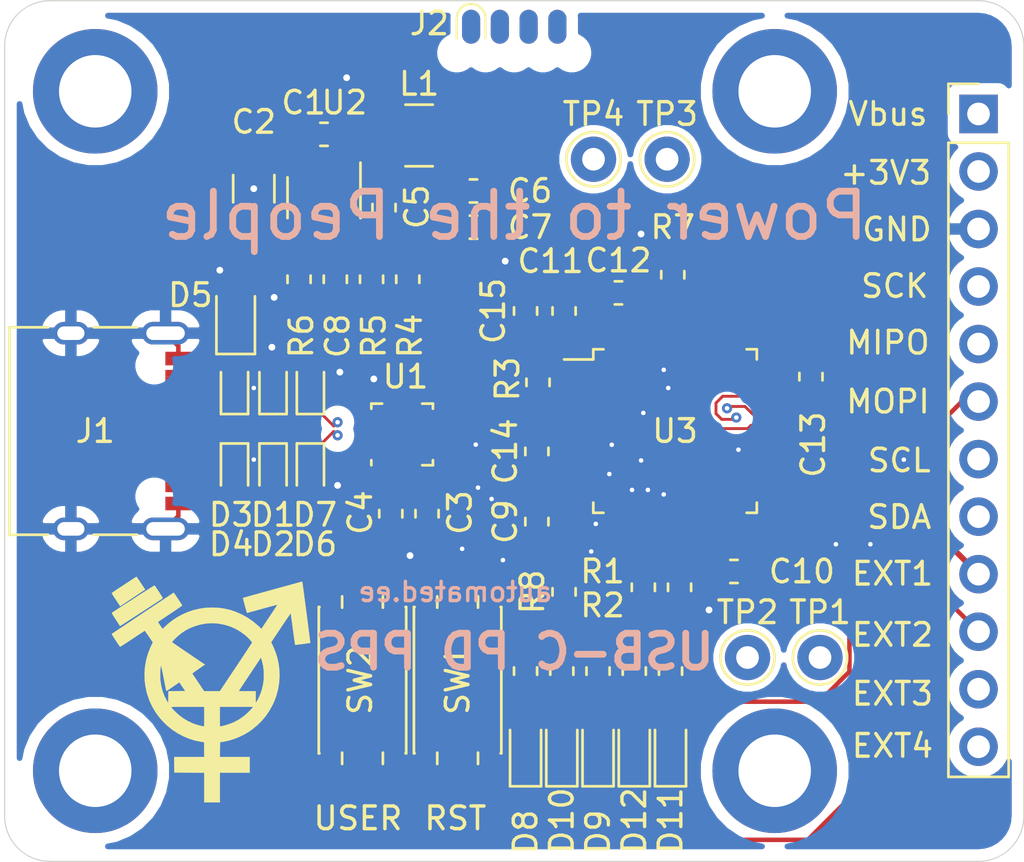
<source format=kicad_pcb>
(kicad_pcb (version 20171130) (host pcbnew 5.1.6)
  (layers (0 F.Cu signal) (1 In1.Cu signal) (2 In2.Cu signal) (31 B.Cu signal) (34 B.Paste user) (35 F.Paste user) (36 B.SilkS user) (37 F.SilkS user) (38 B.Mask user) (39 F.Mask user) (44 Edge.Cuts user))
  (net 0 "")
  (net 1 VBUS)
  (net 2 GND)
  (net 3 +3V3)
  (net 4 "Net-(C5-Pad2)")
  (net 5 "Net-(C5-Pad1)")
  (net 6 "Net-(C8-Pad2)")
  (net 7 "Net-(C8-Pad1)")
  (net 8 /~RST)
  (net 9 /CC1)
  (net 10 /CC2)
  (net 11 /SBU2)
  (net 12 /SBU1)
  (net 13 /D+)
  (net 14 /D-)
  (net 15 "Net-(D8-Pad2)")
  (net 16 /LED_RED)
  (net 17 "Net-(D9-Pad2)")
  (net 18 /LED_BLU)
  (net 19 "Net-(D10-Pad2)")
  (net 20 /LED_GRN)
  (net 21 "Net-(D11-Pad2)")
  (net 22 /LED_WHT)
  (net 23 "Net-(D12-Pad2)")
  (net 24 /LED_YLL)
  (net 25 /SWCLK)
  (net 26 /SWDIO)
  (net 27 /SWO)
  (net 28 /EXT_4)
  (net 29 /EXT_3)
  (net 30 /EXT_2)
  (net 31 /EXT_1)
  (net 32 /SDA_EXT)
  (net 33 /SCL_EXT)
  (net 34 /MOPI)
  (net 35 /MIPO)
  (net 36 /SCK)
  (net 37 /SDA)
  (net 38 /SCL)
  (net 39 /~INT)
  (net 40 "Net-(R7-Pad1)")
  (net 41 "Net-(U2-Pad5)")
  (net 42 "Net-(U3-Pad38)")
  (net 43 "Net-(U3-Pad26)")
  (net 44 "Net-(U3-Pad25)")
  (net 45 "Net-(U3-Pad20)")
  (net 46 "Net-(U3-Pad19)")
  (net 47 "Net-(U3-Pad11)")
  (net 48 "Net-(U3-Pad4)")
  (net 49 "Net-(U3-Pad3)")
  (net 50 "Net-(U3-Pad6)")
  (net 51 "Net-(U3-Pad5)")
  (net 52 "Net-(R8-Pad2)")
  (net 53 "Net-(SW2-Pad2)")
  (module Automated:transistor_10x10mm (layer F.Cu) (at 129.25 123.5)
    (fp_text reference H5 hide)
    (fp_text value MountingHole hide)
  )
  (module Connector_PinHeader_2.54mm:PinHeader_1x12_P2.54mm_Vertical (layer F.Cu) (at 163 98)
    (fp_text reference J3 hide)
    (fp_text value EXT)
    (pad 12 thru_hole oval (at 0 27.94) (size 1.7 1.7) (drill 1) (layers *.Cu *.Mask) (net 28 /EXT_4))
    (pad 11 thru_hole oval (at 0 25.4) (size 1.7 1.7) (drill 1) (layers *.Cu *.Mask) (net 29 /EXT_3))
    (pad 10 thru_hole oval (at 0 22.86) (size 1.7 1.7) (drill 1) (layers *.Cu *.Mask) (net 30 /EXT_2))
    (pad 9 thru_hole oval (at 0 20.32) (size 1.7 1.7) (drill 1) (layers *.Cu *.Mask) (net 31 /EXT_1))
    (pad 8 thru_hole oval (at 0 17.78) (size 1.7 1.7) (drill 1) (layers *.Cu *.Mask) (net 32 /SDA_EXT))
    (pad 7 thru_hole oval (at 0 15.24) (size 1.7 1.7) (drill 1) (layers *.Cu *.Mask) (net 33 /SCL_EXT))
    (pad 6 thru_hole oval (at 0 12.7) (size 1.7 1.7) (drill 1) (layers *.Cu *.Mask) (net 34 /MOPI))
    (pad 5 thru_hole oval (at 0 10.16) (size 1.7 1.7) (drill 1) (layers *.Cu *.Mask) (net 35 /MIPO))
    (pad 4 thru_hole oval (at 0 7.62) (size 1.7 1.7) (drill 1) (layers *.Cu *.Mask) (net 36 /SCK))
    (pad 3 thru_hole oval (at 0 5.08) (size 1.7 1.7) (drill 1) (layers *.Cu *.Mask) (net 2 GND))
    (pad 2 thru_hole oval (at 0 2.54) (size 1.7 1.7) (drill 1) (layers *.Cu *.Mask) (net 3 +3V3))
    (pad 1 thru_hole rect (at 0 0) (size 1.7 1.7) (drill 1) (layers *.Cu *.Mask) (net 1 VBUS))
  )
  (module Automated:SW_SPST_PTS636_G (layer F.Cu) (at 135.8 123 90)
    (fp_text reference SW2 (at 0 -0.1 90) (layer F.SilkS))
    (fp_text value USER)
    (pad 1 smd rect (at -4.1 0 270) (size 2 1.5) (layers F.Cu F.Paste F.Mask) (net 52 "Net-(R8-Pad2)"))
    (pad 2 smd rect (at 4.1 0 90) (size 2 1.5) (layers F.Cu F.Paste F.Mask) (net 53 "Net-(SW2-Pad2)"))
  )
  (module Resistor_SMD:R_0603_1608Metric (layer F.Cu) (at 144.7 119.1 90)
    (fp_text reference R8 (at 0 -1.4 270) (layer F.SilkS))
    (fp_text value 4.7k)
    (pad 2 smd roundrect (at 0.7875 0 90) (size 0.875 0.95) (layers F.Cu F.Paste F.Mask) (net 52 "Net-(R8-Pad2)"))
    (pad 1 smd roundrect (at -0.7875 0 90) (size 0.875 0.95) (layers F.Cu F.Paste F.Mask) (net 3 +3V3))
  )
  (module Resistor_SMD:R_0603_1608Metric (layer F.Cu) (at 136.2 105.3 90)
    (fp_text reference R5 (at -2.5 0.1 270) (layer F.SilkS))
    (fp_text value 100k)
    (pad 2 smd roundrect (at 0.7875 0 90) (size 0.875 0.95) (layers F.Cu F.Paste F.Mask) (net 6 "Net-(C8-Pad2)"))
    (pad 1 smd roundrect (at -0.7875 0 90) (size 0.875 0.95) (layers F.Cu F.Paste F.Mask) (net 7 "Net-(C8-Pad1)"))
  )
  (module TestPoint:TestPoint_THTPad_D2.0mm_Drill1.0mm (layer F.Cu) (at 146 100)
    (fp_text reference TP4 (at 0 -1.998) (layer F.SilkS))
    (fp_text value SBU2)
    (pad 1 thru_hole circle (at 0 0) (size 2 2) (drill 1) (layers *.Cu *.Mask) (net 11 /SBU2))
  )
  (module TestPoint:TestPoint_THTPad_D2.0mm_Drill1.0mm (layer F.Cu) (at 149.25 100)
    (fp_text reference TP3 (at 0 -1.998) (layer F.SilkS))
    (fp_text value SBU1)
    (pad 1 thru_hole circle (at 0 0) (size 2 2) (drill 1) (layers *.Cu *.Mask) (net 12 /SBU1))
  )
  (module TestPoint:TestPoint_THTPad_D2.0mm_Drill1.0mm (layer F.Cu) (at 152.8 122)
    (fp_text reference TP2 (at 0 -1.998) (layer F.SilkS))
    (fp_text value SCL)
    (pad 1 thru_hole circle (at 0 0) (size 2 2) (drill 1) (layers *.Cu *.Mask) (net 38 /SCL))
  )
  (module TestPoint:TestPoint_THTPad_D2.0mm_Drill1.0mm (layer F.Cu) (at 156 122)
    (fp_text reference TP1 (at 0 -1.998) (layer F.SilkS))
    (fp_text value SDA)
    (pad 1 thru_hole circle (at 0 0) (size 2 2) (drill 1) (layers *.Cu *.Mask) (net 37 /SDA))
  )
  (module Package_QFP:LQFP-48_7x7mm_P0.5mm (layer F.Cu) (at 149.6 112)
    (fp_text reference U3 (at 0 0) (layer F.SilkS))
    (fp_text value STM32F072C8Tx)
    (pad 48 smd roundrect (at -2.75 -4.1625) (size 0.3 1.475) (layers F.Cu F.Paste F.Mask) (net 3 +3V3))
    (pad 47 smd roundrect (at -2.25 -4.1625) (size 0.3 1.475) (layers F.Cu F.Paste F.Mask) (net 2 GND))
    (pad 46 smd roundrect (at -1.75 -4.1625) (size 0.3 1.475) (layers F.Cu F.Paste F.Mask) (net 32 /SDA_EXT))
    (pad 45 smd roundrect (at -1.25 -4.1625) (size 0.3 1.475) (layers F.Cu F.Paste F.Mask) (net 33 /SCL_EXT))
    (pad 44 smd roundrect (at -0.75 -4.1625) (size 0.3 1.475) (layers F.Cu F.Paste F.Mask) (net 40 "Net-(R7-Pad1)"))
    (pad 43 smd roundrect (at -0.25 -4.1625) (size 0.3 1.475) (layers F.Cu F.Paste F.Mask) (net 11 /SBU2))
    (pad 42 smd roundrect (at 0.25 -4.1625) (size 0.3 1.475) (layers F.Cu F.Paste F.Mask) (net 12 /SBU1))
    (pad 41 smd roundrect (at 0.75 -4.1625) (size 0.3 1.475) (layers F.Cu F.Paste F.Mask) (net 20 /LED_GRN))
    (pad 40 smd roundrect (at 1.25 -4.1625) (size 0.3 1.475) (layers F.Cu F.Paste F.Mask) (net 16 /LED_RED))
    (pad 39 smd roundrect (at 1.75 -4.1625) (size 0.3 1.475) (layers F.Cu F.Paste F.Mask) (net 27 /SWO))
    (pad 38 smd roundrect (at 2.25 -4.1625) (size 0.3 1.475) (layers F.Cu F.Paste F.Mask) (net 42 "Net-(U3-Pad38)"))
    (pad 37 smd roundrect (at 2.75 -4.1625) (size 0.3 1.475) (layers F.Cu F.Paste F.Mask) (net 25 /SWCLK))
    (pad 36 smd roundrect (at 4.1625 -2.75) (size 1.475 0.3) (layers F.Cu F.Paste F.Mask) (net 3 +3V3))
    (pad 35 smd roundrect (at 4.1625 -2.25) (size 1.475 0.3) (layers F.Cu F.Paste F.Mask) (net 2 GND))
    (pad 34 smd roundrect (at 4.1625 -1.75) (size 1.475 0.3) (layers F.Cu F.Paste F.Mask) (net 26 /SWDIO))
    (pad 33 smd roundrect (at 4.1625 -1.25) (size 1.475 0.3) (layers F.Cu F.Paste F.Mask) (net 13 /D+))
    (pad 32 smd roundrect (at 4.1625 -0.75) (size 1.475 0.3) (layers F.Cu F.Paste F.Mask) (net 14 /D-))
    (pad 31 smd roundrect (at 4.1625 -0.25) (size 1.475 0.3) (layers F.Cu F.Paste F.Mask) (net 12 /SBU1))
    (pad 30 smd roundrect (at 4.1625 0.25) (size 1.475 0.3) (layers F.Cu F.Paste F.Mask) (net 11 /SBU2))
    (pad 29 smd roundrect (at 4.1625 0.75) (size 1.475 0.3) (layers F.Cu F.Paste F.Mask) (net 31 /EXT_1))
    (pad 28 smd roundrect (at 4.1625 1.25) (size 1.475 0.3) (layers F.Cu F.Paste F.Mask) (net 18 /LED_BLU))
    (pad 27 smd roundrect (at 4.1625 1.75) (size 1.475 0.3) (layers F.Cu F.Paste F.Mask) (net 22 /LED_WHT))
    (pad 26 smd roundrect (at 4.1625 2.25) (size 1.475 0.3) (layers F.Cu F.Paste F.Mask) (net 43 "Net-(U3-Pad26)"))
    (pad 25 smd roundrect (at 4.1625 2.75) (size 1.475 0.3) (layers F.Cu F.Paste F.Mask) (net 44 "Net-(U3-Pad25)"))
    (pad 24 smd roundrect (at 2.75 4.1625) (size 0.3 1.475) (layers F.Cu F.Paste F.Mask) (net 3 +3V3))
    (pad 23 smd roundrect (at 2.25 4.1625) (size 0.3 1.475) (layers F.Cu F.Paste F.Mask) (net 2 GND))
    (pad 22 smd roundrect (at 1.75 4.1625) (size 0.3 1.475) (layers F.Cu F.Paste F.Mask) (net 37 /SDA))
    (pad 21 smd roundrect (at 1.25 4.1625) (size 0.3 1.475) (layers F.Cu F.Paste F.Mask) (net 38 /SCL))
    (pad 20 smd roundrect (at 0.75 4.1625) (size 0.3 1.475) (layers F.Cu F.Paste F.Mask) (net 45 "Net-(U3-Pad20)"))
    (pad 19 smd roundrect (at 0.25 4.1625) (size 0.3 1.475) (layers F.Cu F.Paste F.Mask) (net 46 "Net-(U3-Pad19)"))
    (pad 18 smd roundrect (at -0.25 4.1625) (size 0.3 1.475) (layers F.Cu F.Paste F.Mask) (net 24 /LED_YLL))
    (pad 17 smd roundrect (at -0.75 4.1625) (size 0.3 1.475) (layers F.Cu F.Paste F.Mask) (net 34 /MOPI))
    (pad 16 smd roundrect (at -1.25 4.1625) (size 0.3 1.475) (layers F.Cu F.Paste F.Mask) (net 35 /MIPO))
    (pad 15 smd roundrect (at -1.75 4.1625) (size 0.3 1.475) (layers F.Cu F.Paste F.Mask) (net 36 /SCK))
    (pad 14 smd roundrect (at -2.25 4.1625) (size 0.3 1.475) (layers F.Cu F.Paste F.Mask) (net 28 /EXT_4))
    (pad 13 smd roundrect (at -2.75 4.1625) (size 0.3 1.475) (layers F.Cu F.Paste F.Mask) (net 29 /EXT_3))
    (pad 12 smd roundrect (at -4.1625 2.75) (size 1.475 0.3) (layers F.Cu F.Paste F.Mask) (net 30 /EXT_2))
    (pad 11 smd roundrect (at -4.1625 2.25) (size 1.475 0.3) (layers F.Cu F.Paste F.Mask) (net 47 "Net-(U3-Pad11)"))
    (pad 10 smd roundrect (at -4.1625 1.75) (size 1.475 0.3) (layers F.Cu F.Paste F.Mask) (net 53 "Net-(SW2-Pad2)"))
    (pad 9 smd roundrect (at -4.1625 1.25) (size 1.475 0.3) (layers F.Cu F.Paste F.Mask) (net 3 +3V3))
    (pad 8 smd roundrect (at -4.1625 0.75) (size 1.475 0.3) (layers F.Cu F.Paste F.Mask) (net 2 GND))
    (pad 7 smd roundrect (at -4.1625 0.25) (size 1.475 0.3) (layers F.Cu F.Paste F.Mask) (net 8 /~RST))
    (pad 6 smd roundrect (at -4.1625 -0.25) (size 1.475 0.3) (layers F.Cu F.Paste F.Mask) (net 50 "Net-(U3-Pad6)"))
    (pad 5 smd roundrect (at -4.1625 -0.75) (size 1.475 0.3) (layers F.Cu F.Paste F.Mask) (net 51 "Net-(U3-Pad5)"))
    (pad 4 smd roundrect (at -4.1625 -1.25) (size 1.475 0.3) (layers F.Cu F.Paste F.Mask) (net 48 "Net-(U3-Pad4)"))
    (pad 3 smd roundrect (at -4.1625 -1.75) (size 1.475 0.3) (layers F.Cu F.Paste F.Mask) (net 49 "Net-(U3-Pad3)"))
    (pad 2 smd roundrect (at -4.1625 -2.25) (size 1.475 0.3) (layers F.Cu F.Paste F.Mask) (net 39 /~INT))
    (pad 1 smd roundrect (at -4.1625 -2.75) (size 1.475 0.3) (layers F.Cu F.Paste F.Mask) (net 3 +3V3))
  )
  (module Package_TO_SOT_SMD:SOT-23-6 (layer F.Cu) (at 134.1 101.7 270)
    (fp_text reference U2 (at -4.2 -0.9 180) (layer F.SilkS))
    (fp_text value TPS54202DDC)
    (pad 5 smd rect (at 1.1 0 270) (size 1.06 0.65) (layers F.Cu F.Paste F.Mask) (net 41 "Net-(U2-Pad5)"))
    (pad 6 smd rect (at 1.1 -0.95 270) (size 1.06 0.65) (layers F.Cu F.Paste F.Mask) (net 4 "Net-(C5-Pad2)"))
    (pad 4 smd rect (at 1.1 0.95 270) (size 1.06 0.65) (layers F.Cu F.Paste F.Mask) (net 6 "Net-(C8-Pad2)"))
    (pad 3 smd rect (at -1.1 0.95 270) (size 1.06 0.65) (layers F.Cu F.Paste F.Mask) (net 1 VBUS))
    (pad 2 smd rect (at -1.1 0 270) (size 1.06 0.65) (layers F.Cu F.Paste F.Mask) (net 5 "Net-(C5-Pad1)"))
    (pad 1 smd rect (at -1.1 -0.95 270) (size 1.06 0.65) (layers F.Cu F.Paste F.Mask) (net 2 GND))
  )
  (module Package_DFN_QFN:WQFN-14-1EP_2.5x2.5mm_P0.5mm_EP1.45x1.45mm (layer F.Cu) (at 137.55 112.15 90)
    (fp_text reference U1 (at 2.55 0.15 180) (layer F.SilkS))
    (fp_text value FUSB302BMPX)
    (pad 15 smd rect (at 0 0 90) (size 1.45 1.45) (layers F.Cu F.Mask) (net 2 GND))
    (pad 14 smd roundrect (at -0.75 -1.2625 90) (size 0.25 0.675) (layers F.Cu F.Paste F.Mask) (net 10 /CC2))
    (pad 13 smd roundrect (at -0.25 -1.2625 90) (size 0.25 0.675) (layers F.Cu F.Paste F.Mask) (net 3 +3V3))
    (pad 12 smd roundrect (at 0.25 -1.2625 90) (size 0.25 0.675) (layers F.Cu F.Paste F.Mask) (net 3 +3V3))
    (pad 11 smd roundrect (at 0.75 -1.2625 90) (size 0.25 0.675) (layers F.Cu F.Paste F.Mask) (net 9 /CC1))
    (pad 10 smd roundrect (at 1.2625 -0.5 90) (size 0.675 0.25) (layers F.Cu F.Paste F.Mask) (net 9 /CC1))
    (pad 9 smd roundrect (at 1.2625 0 90) (size 0.675 0.25) (layers F.Cu F.Paste F.Mask) (net 2 GND))
    (pad 8 smd roundrect (at 1.2625 0.5 90) (size 0.675 0.25) (layers F.Cu F.Paste F.Mask) (net 2 GND))
    (pad 7 smd roundrect (at 0.75 1.2625 90) (size 0.25 0.675) (layers F.Cu F.Paste F.Mask) (net 37 /SDA))
    (pad 6 smd roundrect (at 0.25 1.2625 90) (size 0.25 0.675) (layers F.Cu F.Paste F.Mask) (net 38 /SCL))
    (pad 5 smd roundrect (at -0.25 1.2625 90) (size 0.25 0.675) (layers F.Cu F.Paste F.Mask) (net 39 /~INT))
    (pad 4 smd roundrect (at -0.75 1.2625 90) (size 0.25 0.675) (layers F.Cu F.Paste F.Mask) (net 3 +3V3))
    (pad 3 smd roundrect (at -1.2625 0.5 90) (size 0.675 0.25) (layers F.Cu F.Paste F.Mask) (net 3 +3V3))
    (pad 2 smd roundrect (at -1.2625 0 90) (size 0.675 0.25) (layers F.Cu F.Paste F.Mask) (net 1 VBUS))
    (pad 1 smd roundrect (at -1.2625 -0.5 90) (size 0.675 0.25) (layers F.Cu F.Paste F.Mask) (net 10 /CC2))
  )
  (module Automated:SW_SPST_PTS636_G (layer F.Cu) (at 140 123 270)
    (fp_text reference SW1 (at 0 0 90) (layer F.SilkS))
    (fp_text value RST)
    (pad 1 smd rect (at -4.1 0 90) (size 2 1.5) (layers F.Cu F.Paste F.Mask) (net 8 /~RST))
    (pad 2 smd rect (at 4.1 0 270) (size 2 1.5) (layers F.Cu F.Paste F.Mask) (net 2 GND))
  )
  (module Resistor_SMD:R_0603_1608Metric (layer F.Cu) (at 147.8 122.6 270)
    (fp_text reference R13 hide)
    (fp_text value 130)
    (pad 2 smd roundrect (at 0.7875 0 270) (size 0.875 0.95) (layers F.Cu F.Paste F.Mask) (net 23 "Net-(D12-Pad2)"))
    (pad 1 smd roundrect (at -0.7875 0 270) (size 0.875 0.95) (layers F.Cu F.Paste F.Mask) (net 3 +3V3))
  )
  (module Resistor_SMD:R_0603_1608Metric (layer F.Cu) (at 149.4 122.6 270)
    (fp_text reference R12 hide)
    (fp_text value 47)
    (pad 2 smd roundrect (at 0.7875 0 270) (size 0.875 0.95) (layers F.Cu F.Paste F.Mask) (net 21 "Net-(D11-Pad2)"))
    (pad 1 smd roundrect (at -0.7875 0 270) (size 0.875 0.95) (layers F.Cu F.Paste F.Mask) (net 3 +3V3))
  )
  (module Resistor_SMD:R_0603_1608Metric (layer F.Cu) (at 144.6 122.6 270)
    (fp_text reference R11 hide)
    (fp_text value 0)
    (pad 2 smd roundrect (at 0.7875 0 270) (size 0.875 0.95) (layers F.Cu F.Paste F.Mask) (net 19 "Net-(D10-Pad2)"))
    (pad 1 smd roundrect (at -0.7875 0 270) (size 0.875 0.95) (layers F.Cu F.Paste F.Mask) (net 3 +3V3))
  )
  (module Resistor_SMD:R_0603_1608Metric (layer F.Cu) (at 146.2 122.6 270)
    (fp_text reference R10 hide)
    (fp_text value 47)
    (pad 2 smd roundrect (at 0.7875 0 270) (size 0.875 0.95) (layers F.Cu F.Paste F.Mask) (net 17 "Net-(D9-Pad2)"))
    (pad 1 smd roundrect (at -0.7875 0 270) (size 0.875 0.95) (layers F.Cu F.Paste F.Mask) (net 3 +3V3))
  )
  (module Resistor_SMD:R_0603_1608Metric (layer F.Cu) (at 143 122.6 270)
    (fp_text reference R9 hide)
    (fp_text value 130)
    (pad 2 smd roundrect (at 0.7875 0 270) (size 0.875 0.95) (layers F.Cu F.Paste F.Mask) (net 15 "Net-(D8-Pad2)"))
    (pad 1 smd roundrect (at -0.7875 0 270) (size 0.875 0.95) (layers F.Cu F.Paste F.Mask) (net 3 +3V3))
  )
  (module Resistor_SMD:R_0603_1608Metric (layer F.Cu) (at 149.5 105.1 90)
    (fp_text reference R7 (at 2.1 0 180) (layer F.SilkS))
    (fp_text value 10k)
    (pad 2 smd roundrect (at 0.7875 0 90) (size 0.875 0.95) (layers F.Cu F.Paste F.Mask) (net 2 GND))
    (pad 1 smd roundrect (at -0.7875 0 90) (size 0.875 0.95) (layers F.Cu F.Paste F.Mask) (net 40 "Net-(R7-Pad1)"))
  )
  (module Resistor_SMD:R_0603_1608Metric (layer F.Cu) (at 133 105.3 270)
    (fp_text reference R6 (at 2.5 -0.1 270) (layer F.SilkS))
    (fp_text value 22k)
    (pad 2 smd roundrect (at 0.7875 0 270) (size 0.875 0.95) (layers F.Cu F.Paste F.Mask) (net 2 GND))
    (pad 1 smd roundrect (at -0.7875 0 270) (size 0.875 0.95) (layers F.Cu F.Paste F.Mask) (net 6 "Net-(C8-Pad2)"))
  )
  (module Resistor_SMD:R_0603_1608Metric (layer F.Cu) (at 137.8 105.3 270)
    (fp_text reference R4 (at 2.5 -0.1 270) (layer F.SilkS))
    (fp_text value 49.9)
    (pad 2 smd roundrect (at 0.7875 0 270) (size 0.875 0.95) (layers F.Cu F.Paste F.Mask) (net 7 "Net-(C8-Pad1)"))
    (pad 1 smd roundrect (at -0.7875 0 270) (size 0.875 0.95) (layers F.Cu F.Paste F.Mask) (net 3 +3V3))
  )
  (module Resistor_SMD:R_0603_1608Metric (layer F.Cu) (at 143.55 109.85 270)
    (fp_text reference R3 (at -0.15 1.35 270) (layer F.SilkS))
    (fp_text value 4.7k)
    (pad 2 smd roundrect (at 0.7875 0 270) (size 0.875 0.95) (layers F.Cu F.Paste F.Mask) (net 39 /~INT))
    (pad 1 smd roundrect (at -0.7875 0 270) (size 0.875 0.95) (layers F.Cu F.Paste F.Mask) (net 3 +3V3))
  )
  (module Resistor_SMD:R_0603_1608Metric (layer F.Cu) (at 148.2 118.9 90)
    (fp_text reference R2 (at -0.8 -1.8 180) (layer F.SilkS))
    (fp_text value 4.7k)
    (pad 2 smd roundrect (at 0.7875 0 90) (size 0.875 0.95) (layers F.Cu F.Paste F.Mask) (net 38 /SCL))
    (pad 1 smd roundrect (at -0.7875 0 90) (size 0.875 0.95) (layers F.Cu F.Paste F.Mask) (net 3 +3V3))
  )
  (module Resistor_SMD:R_0603_1608Metric (layer F.Cu) (at 149.8 118.9 90)
    (fp_text reference R1 (at 0.7 -3.4 180) (layer F.SilkS))
    (fp_text value 4.7k)
    (pad 2 smd roundrect (at 0.7875 0 90) (size 0.875 0.95) (layers F.Cu F.Paste F.Mask) (net 37 /SDA))
    (pad 1 smd roundrect (at -0.7875 0 90) (size 0.875 0.95) (layers F.Cu F.Paste F.Mask) (net 3 +3V3))
  )
  (module Inductor_SMD:L_1210_3225Metric (layer F.Cu) (at 138.3 98.95)
    (fp_text reference L1 (at 0 -2.28) (layer F.SilkS))
    (fp_text value 10uH)
    (pad 2 smd roundrect (at 1.4 0) (size 1.25 2.65) (layers F.Cu F.Paste F.Mask) (roundrect_rratio 0.2) (net 3 +3V3))
    (pad 1 smd roundrect (at -1.4 0) (size 1.25 2.65) (layers F.Cu F.Paste F.Mask) (roundrect_rratio 0.2) (net 5 "Net-(C5-Pad1)"))
  )
  (module LED_SMD:LED_0603_1608Metric_Castellated (layer F.Cu) (at 147.8 126 90)
    (fp_text reference D12 (at -3.2 0 90) (layer F.SilkS))
    (fp_text value Yellow/2.9V)
    (pad 2 smd roundrect (at 0.8125 0 90) (size 1.225 0.85) (layers F.Cu F.Paste F.Mask) (net 23 "Net-(D12-Pad2)"))
    (pad 1 smd roundrect (at -0.8125 0 90) (size 1.225 0.85) (layers F.Cu F.Paste F.Mask) (net 24 /LED_YLL))
  )
  (module LED_SMD:LED_0603_1608Metric_Castellated (layer F.Cu) (at 149.4 126 90)
    (fp_text reference D11 (at -3.2 0 90) (layer F.SilkS))
    (fp_text value White/2.9V)
    (pad 2 smd roundrect (at 0.8125 0 90) (size 1.225 0.85) (layers F.Cu F.Paste F.Mask) (net 21 "Net-(D11-Pad2)"))
    (pad 1 smd roundrect (at -0.8125 0 90) (size 1.225 0.85) (layers F.Cu F.Paste F.Mask) (net 22 /LED_WHT))
  )
  (module LED_SMD:LED_0603_1608Metric_Castellated (layer F.Cu) (at 144.6 126 90)
    (fp_text reference D10 (at -3.2 0 90) (layer F.SilkS))
    (fp_text value Green/3.3V)
    (pad 2 smd roundrect (at 0.8125 0 90) (size 1.225 0.85) (layers F.Cu F.Paste F.Mask) (net 19 "Net-(D10-Pad2)"))
    (pad 1 smd roundrect (at -0.8125 0 90) (size 1.225 0.85) (layers F.Cu F.Paste F.Mask) (net 20 /LED_GRN))
  )
  (module LED_SMD:LED_0603_1608Metric_Castellated (layer F.Cu) (at 146.2 126 90)
    (fp_text reference D9 (at -3.7 0 90) (layer F.SilkS))
    (fp_text value Blue/2.8V)
    (pad 2 smd roundrect (at 0.8125 0 90) (size 1.225 0.85) (layers F.Cu F.Paste F.Mask) (net 17 "Net-(D9-Pad2)"))
    (pad 1 smd roundrect (at -0.8125 0 90) (size 1.225 0.85) (layers F.Cu F.Paste F.Mask) (net 18 /LED_BLU))
  )
  (module LED_SMD:LED_0603_1608Metric_Castellated (layer F.Cu) (at 143 126 90)
    (fp_text reference D8 (at -3.7 0 90) (layer F.SilkS))
    (fp_text value Red/2V)
    (pad 2 smd roundrect (at 0.8125 0 90) (size 1.225 0.85) (layers F.Cu F.Paste F.Mask) (net 15 "Net-(D8-Pad2)"))
    (pad 1 smd roundrect (at -0.8125 0 90) (size 1.225 0.85) (layers F.Cu F.Paste F.Mask) (net 16 /LED_RED))
  )
  (module Diode_SMD:D_SOD-523 (layer F.Cu) (at 133.5 110.1 90)
    (fp_text reference D7 (at -5.6 0.2 180) (layer F.SilkS))
    (fp_text value 5V)
    (pad 1 smd rect (at -0.7 0 270) (size 0.6 0.7) (layers F.Cu F.Paste F.Mask) (net 14 /D-))
    (pad 2 smd rect (at 0.7 0 270) (size 0.6 0.7) (layers F.Cu F.Paste F.Mask) (net 2 GND))
  )
  (module Diode_SMD:D_SOD-523 (layer F.Cu) (at 133.5 113.7 270)
    (fp_text reference D6 (at 3.3 -0.2 180) (layer F.SilkS))
    (fp_text value 5V)
    (pad 1 smd rect (at -0.7 0 90) (size 0.6 0.7) (layers F.Cu F.Paste F.Mask) (net 13 /D+))
    (pad 2 smd rect (at 0.7 0 90) (size 0.6 0.7) (layers F.Cu F.Paste F.Mask) (net 2 GND))
  )
  (module Diode_SMD:D_SOD-323 (layer F.Cu) (at 130.2 107.1 90)
    (fp_text reference D5 (at 1.1 -2 180) (layer F.SilkS))
    (fp_text value 24V)
    (pad 2 smd rect (at 1.05 0 90) (size 0.6 0.45) (layers F.Cu F.Paste F.Mask) (net 2 GND))
    (pad 1 smd rect (at -1.05 0 90) (size 0.6 0.45) (layers F.Cu F.Paste F.Mask) (net 1 VBUS))
  )
  (module Diode_SMD:D_SOD-523 (layer F.Cu) (at 130.15 113.7 270)
    (fp_text reference D4 (at 3.3 0.15 180) (layer F.SilkS))
    (fp_text value 3.3V)
    (pad 1 smd rect (at -0.7 0 90) (size 0.6 0.7) (layers F.Cu F.Paste F.Mask) (net 12 /SBU1))
    (pad 2 smd rect (at 0.7 0 90) (size 0.6 0.7) (layers F.Cu F.Paste F.Mask) (net 2 GND))
  )
  (module Diode_SMD:D_SOD-523 (layer F.Cu) (at 130.15 110.1 90)
    (fp_text reference D3 (at -5.6 -0.15 180) (layer F.SilkS))
    (fp_text value 3.3V)
    (pad 1 smd rect (at -0.7 0 270) (size 0.6 0.7) (layers F.Cu F.Paste F.Mask) (net 11 /SBU2))
    (pad 2 smd rect (at 0.7 0 270) (size 0.6 0.7) (layers F.Cu F.Paste F.Mask) (net 2 GND))
  )
  (module Diode_SMD:D_SOD-523 (layer F.Cu) (at 131.85 113.7 270)
    (fp_text reference D2 (at 3.3 0 180) (layer F.SilkS))
    (fp_text value 5V)
    (pad 1 smd rect (at -0.7 0 90) (size 0.6 0.7) (layers F.Cu F.Paste F.Mask) (net 10 /CC2))
    (pad 2 smd rect (at 0.7 0 90) (size 0.6 0.7) (layers F.Cu F.Paste F.Mask) (net 2 GND))
  )
  (module Diode_SMD:D_SOD-523 (layer F.Cu) (at 131.85 110.1 90)
    (fp_text reference D1 (at -5.6 0 180) (layer F.SilkS))
    (fp_text value 5V)
    (pad 1 smd rect (at -0.7 0 270) (size 0.6 0.7) (layers F.Cu F.Paste F.Mask) (net 9 /CC1))
    (pad 2 smd rect (at 0.7 0 270) (size 0.6 0.7) (layers F.Cu F.Paste F.Mask) (net 2 GND))
  )
  (module Capacitor_SMD:C_0603_1608Metric (layer F.Cu) (at 143 106.7 90)
    (fp_text reference C15 (at 0 -1.43 90) (layer F.SilkS))
    (fp_text value 10uF/10V)
    (pad 2 smd roundrect (at 0.7875 0 90) (size 0.875 0.95) (layers F.Cu F.Paste F.Mask) (net 2 GND))
    (pad 1 smd roundrect (at -0.7875 0 90) (size 0.875 0.95) (layers F.Cu F.Paste F.Mask) (net 3 +3V3))
  )
  (module Capacitor_SMD:C_0603_1608Metric (layer F.Cu) (at 143.5 112.9 90)
    (fp_text reference C14 (at 0 -1.4 270) (layer F.SilkS))
    (fp_text value 100nF/50V)
    (pad 2 smd roundrect (at 0.7875 0 90) (size 0.875 0.95) (layers F.Cu F.Paste F.Mask) (net 2 GND))
    (pad 1 smd roundrect (at -0.7875 0 90) (size 0.875 0.95) (layers F.Cu F.Paste F.Mask) (net 3 +3V3))
  )
  (module Capacitor_SMD:C_0603_1608Metric (layer F.Cu) (at 155.6 109.6 270)
    (fp_text reference C13 (at 3 -0.1 270) (layer F.SilkS))
    (fp_text value 100nF/50V)
    (pad 2 smd roundrect (at 0.7875 0 270) (size 0.875 0.95) (layers F.Cu F.Paste F.Mask) (net 2 GND))
    (pad 1 smd roundrect (at -0.7875 0 270) (size 0.875 0.95) (layers F.Cu F.Paste F.Mask) (net 3 +3V3))
  )
  (module Capacitor_SMD:C_0603_1608Metric (layer F.Cu) (at 147.1 105.9)
    (fp_text reference C12 (at 0 -1.43) (layer F.SilkS))
    (fp_text value 100nF/50V)
    (pad 2 smd roundrect (at 0.7875 0) (size 0.875 0.95) (layers F.Cu F.Paste F.Mask) (net 2 GND))
    (pad 1 smd roundrect (at -0.7875 0) (size 0.875 0.95) (layers F.Cu F.Paste F.Mask) (net 3 +3V3))
  )
  (module Capacitor_SMD:C_0603_1608Metric (layer F.Cu) (at 144.7 106.7 90)
    (fp_text reference C11 (at 2.2 -0.6 180) (layer F.SilkS))
    (fp_text value 100nF/50V)
    (pad 2 smd roundrect (at 0.7875 0 90) (size 0.875 0.95) (layers F.Cu F.Paste F.Mask) (net 2 GND))
    (pad 1 smd roundrect (at -0.7875 0 90) (size 0.875 0.95) (layers F.Cu F.Paste F.Mask) (net 3 +3V3))
  )
  (module Capacitor_SMD:C_0603_1608Metric (layer F.Cu) (at 152.2 118.2 180)
    (fp_text reference C10 (at -3 0) (layer F.SilkS))
    (fp_text value 100nF/50V)
    (pad 2 smd roundrect (at 0.7875 0 180) (size 0.875 0.95) (layers F.Cu F.Paste F.Mask) (net 2 GND))
    (pad 1 smd roundrect (at -0.7875 0 180) (size 0.875 0.95) (layers F.Cu F.Paste F.Mask) (net 3 +3V3))
  )
  (module Capacitor_SMD:C_0603_1608Metric (layer F.Cu) (at 143.5 116 270)
    (fp_text reference C9 (at 0 1.4 270) (layer F.SilkS))
    (fp_text value 100nF)
    (pad 2 smd roundrect (at 0.7875 0 270) (size 0.875 0.95) (layers F.Cu F.Paste F.Mask) (net 2 GND))
    (pad 1 smd roundrect (at -0.7875 0 270) (size 0.875 0.95) (layers F.Cu F.Paste F.Mask) (net 8 /~RST))
  )
  (module Capacitor_SMD:C_0603_1608Metric (layer F.Cu) (at 134.6 105.3 90)
    (fp_text reference C8 (at -2.5 0.1 270) (layer F.SilkS))
    (fp_text value 56pF/50V)
    (pad 2 smd roundrect (at 0.7875 0 90) (size 0.875 0.95) (layers F.Cu F.Paste F.Mask) (net 6 "Net-(C8-Pad2)"))
    (pad 1 smd roundrect (at -0.7875 0 90) (size 0.875 0.95) (layers F.Cu F.Paste F.Mask) (net 7 "Net-(C8-Pad1)"))
  )
  (module Capacitor_SMD:C_0603_1608Metric (layer F.Cu) (at 140.7 103)
    (fp_text reference C7 (at 2.5 0) (layer F.SilkS))
    (fp_text value 10uF/10V)
    (pad 2 smd roundrect (at 0.7875 0) (size 0.875 0.95) (layers F.Cu F.Paste F.Mask) (net 2 GND))
    (pad 1 smd roundrect (at -0.7875 0) (size 0.875 0.95) (layers F.Cu F.Paste F.Mask) (net 3 +3V3))
  )
  (module Capacitor_SMD:C_0603_1608Metric (layer F.Cu) (at 140.7 101.4)
    (fp_text reference C6 (at 2.5 0) (layer F.SilkS))
    (fp_text value 10uF)
    (pad 2 smd roundrect (at 0.7875 0) (size 0.875 0.95) (layers F.Cu F.Paste F.Mask) (net 2 GND))
    (pad 1 smd roundrect (at -0.7875 0) (size 0.875 0.95) (layers F.Cu F.Paste F.Mask) (net 3 +3V3))
  )
  (module Capacitor_SMD:C_0603_1608Metric (layer F.Cu) (at 136.75 102.1375 270)
    (fp_text reference C5 (at -0.0375 -1.45 270) (layer F.SilkS))
    (fp_text value 100nF/50V)
    (pad 2 smd roundrect (at 0.7875 0 270) (size 0.875 0.95) (layers F.Cu F.Paste F.Mask) (net 4 "Net-(C5-Pad2)"))
    (pad 1 smd roundrect (at -0.7875 0 270) (size 0.875 0.95) (layers F.Cu F.Paste F.Mask) (net 5 "Net-(C5-Pad1)"))
  )
  (module Capacitor_SMD:C_0603_1608Metric (layer F.Cu) (at 137.05 115.65 270)
    (fp_text reference C4 (at -0.05 1.35 270) (layer F.SilkS))
    (fp_text value 10uF/10V)
    (pad 2 smd roundrect (at 0.7875 0 270) (size 0.875 0.95) (layers F.Cu F.Paste F.Mask) (net 2 GND))
    (pad 1 smd roundrect (at -0.7875 0 270) (size 0.875 0.95) (layers F.Cu F.Paste F.Mask) (net 3 +3V3))
  )
  (module Capacitor_SMD:C_0603_1608Metric (layer F.Cu) (at 138.65 115.65 270)
    (fp_text reference C3 (at -0.05 -1.45 270) (layer F.SilkS))
    (fp_text value 100nF)
    (pad 1 smd roundrect (at -0.7875 0 270) (size 0.875 0.95) (layers F.Cu F.Paste F.Mask) (net 3 +3V3))
    (pad 2 smd roundrect (at 0.7875 0 270) (size 0.875 0.95) (layers F.Cu F.Paste F.Mask) (net 2 GND))
  )
  (module Capacitor_SMD:C_1206_3216Metric (layer F.Cu) (at 131 101.3 270)
    (fp_text reference C2 (at -2.95 0 180) (layer F.SilkS))
    (fp_text value 10uF)
    (pad 2 smd roundrect (at 1.4 0 270) (size 1.25 1.75) (layers F.Cu F.Paste F.Mask) (roundrect_rratio 0.2) (net 2 GND))
    (pad 1 smd roundrect (at -1.4 0 270) (size 1.25 1.75) (layers F.Cu F.Paste F.Mask) (roundrect_rratio 0.2) (net 1 VBUS))
  )
  (module Capacitor_SMD:C_0603_1608Metric (layer F.Cu) (at 134.1 98.9 180)
    (fp_text reference C1 (at 0.9 1.4) (layer F.SilkS))
    (fp_text value 100nF/50V)
    (pad 2 smd roundrect (at 0.7875 0 180) (size 0.875 0.95) (layers F.Cu F.Paste F.Mask) (net 1 VBUS))
    (pad 1 smd roundrect (at -0.7875 0 180) (size 0.875 0.95) (layers F.Cu F.Paste F.Mask) (net 2 GND))
  )
  (module Automated:fully_automated_logo_soldermask (layer B.Cu) (at 142.5 112 180)
    (fp_text reference H6 hide)
    (fp_text value MountingHole hide)
    (fp_text user automated.ee (at 2.6 -7.1) (layer B.SilkS) (effects (font (size 0.85 0.85)) (justify mirror)))
  )
  (module pd-adapter:SOIC_clipProgSmall (layer F.Cu) (at 142.5 93.4 180)
    (fp_text reference J2 (at 3.75 -0.6) (layer F.SilkS))
    (fp_text value DBG)
    (pad "" np_thru_hole circle (at 2.54 -1.905 180) (size 0.7 0.7) (drill 0.7) (layers *.Cu *.Mask))
    (pad "" np_thru_hole circle (at 1.27 -1.905 180) (size 0.7 0.7) (drill 0.7) (layers *.Cu *.Mask))
    (pad "" np_thru_hole circle (at 0 -1.905 180) (size 0.7 0.7) (drill 0.7) (layers *.Cu *.Mask))
    (pad "" np_thru_hole circle (at -1.27 -1.905 180) (size 0.7 0.7) (drill 0.7) (layers *.Cu *.Mask))
    (pad "" np_thru_hole circle (at -2.54 -1.905 180) (size 0.7 0.7) (drill 0.7) (layers *.Cu *.Mask))
    (pad 8 smd oval (at 1.905 -0.75 180) (size 0.8 1.5) (layers B.Cu B.Mask) (net 8 /~RST))
    (pad 7 smd oval (at 0.635 -0.75 180) (size 0.8 1.5) (layers B.Cu B.Mask) (net 25 /SWCLK))
    (pad 6 smd oval (at -0.635 -0.75 180) (size 0.8 1.5) (layers B.Cu B.Mask) (net 26 /SWDIO))
    (pad 1 smd oval (at 1.905 -0.75 180) (size 0.8 1.5) (layers F.Cu F.Mask) (net 3 +3V3))
    (pad 2 smd oval (at 0.635 -0.75 180) (size 0.8 1.5) (layers F.Cu F.Mask) (net 14 /D-))
    (pad 3 smd oval (at -0.635 -0.75 180) (size 0.8 1.5) (layers F.Cu F.Mask) (net 13 /D+))
    (pad 4 smd oval (at -1.905 -0.75 180) (size 0.8 1.5) (layers F.Cu F.Mask) (net 2 GND))
    (pad 5 smd oval (at -1.905 -0.75 180) (size 0.8 1.5) (layers B.Cu B.Mask) (net 27 /SWO))
  )
  (module Connector_USB:USB_C_Receptacle_XKB_U262-16XN-4BVC11 (layer F.Cu) (at 124 112 270)
    (fp_text reference J1 (at 0 0 180) (layer F.SilkS))
    (fp_text value USB)
    (pad A12 smd rect (at 3.35 -3.67 270) (size 0.3 1.15) (layers F.Cu F.Paste F.Mask) (net 2 GND))
    (pad A9 smd rect (at 2.55 -3.67 270) (size 0.3 1.15) (layers F.Cu F.Paste F.Mask) (net 1 VBUS))
    (pad B9 smd rect (at -2.25 -3.67 270) (size 0.3 1.15) (layers F.Cu F.Paste F.Mask) (net 1 VBUS))
    (pad B12 smd rect (at -3.05 -3.67 270) (size 0.3 1.15) (layers F.Cu F.Paste F.Mask) (net 2 GND))
    (pad A1 smd rect (at -3.35 -3.67 270) (size 0.3 1.15) (layers F.Cu F.Paste F.Mask) (net 2 GND))
    (pad A4 smd rect (at -2.55 -3.67 270) (size 0.3 1.15) (layers F.Cu F.Paste F.Mask) (net 1 VBUS))
    (pad B8 smd rect (at -1.75 -3.67 270) (size 0.3 1.15) (layers F.Cu F.Paste F.Mask) (net 11 /SBU2))
    (pad A5 smd rect (at -1.25 -3.67 270) (size 0.3 1.15) (layers F.Cu F.Paste F.Mask) (net 9 /CC1))
    (pad B7 smd rect (at -0.75 -3.67 270) (size 0.3 1.15) (layers F.Cu F.Paste F.Mask) (net 14 /D-))
    (pad A6 smd rect (at -0.25 -3.67 270) (size 0.3 1.15) (layers F.Cu F.Paste F.Mask) (net 13 /D+))
    (pad A7 smd rect (at 0.25 -3.67 270) (size 0.3 1.15) (layers F.Cu F.Paste F.Mask) (net 14 /D-))
    (pad B6 smd rect (at 0.75 -3.67 270) (size 0.3 1.15) (layers F.Cu F.Paste F.Mask) (net 13 /D+))
    (pad A8 smd rect (at 1.25 -3.67 270) (size 0.3 1.15) (layers F.Cu F.Paste F.Mask) (net 12 /SBU1))
    (pad B5 smd rect (at 1.75 -3.67 270) (size 0.3 1.15) (layers F.Cu F.Paste F.Mask) (net 10 /CC2))
    (pad B4 smd rect (at 2.25 -3.67 270) (size 0.3 1.15) (layers F.Cu F.Paste F.Mask) (net 1 VBUS))
    (pad B1 smd rect (at 3.05 -3.67 270) (size 0.3 1.15) (layers F.Cu F.Paste F.Mask) (net 2 GND))
    (pad "" np_thru_hole circle (at -2.89 -2.605 270) (size 0.65 0.65) (drill 0.65) (layers *.Cu *.Mask))
    (pad "" np_thru_hole circle (at 2.89 -2.605 270) (size 0.65 0.65) (drill 0.65) (layers *.Cu *.Mask))
    (pad S1 thru_hole oval (at 4.32 1.075 270) (size 1 1.6) (drill oval 0.6 1.2) (layers *.Cu *.Mask) (net 2 GND))
    (pad S1 thru_hole oval (at -4.32 1.075 270) (size 1 1.6) (drill oval 0.6 1.2) (layers *.Cu *.Mask) (net 2 GND))
    (pad S1 thru_hole oval (at 4.32 -3.105 270) (size 1 2.1) (drill oval 0.6 1.7) (layers *.Cu *.Mask) (net 2 GND))
    (pad S1 thru_hole oval (at -4.32 -3.105 270) (size 1 2.1) (drill oval 0.6 1.7) (layers *.Cu *.Mask) (net 2 GND))
  )
  (module MountingHole:MountingHole_3.2mm_M3_ISO14580_Pad (layer F.Cu) (at 124 97)
    (fp_text reference H4 hide)
    (fp_text value MountingHole)
    (pad 1 thru_hole circle (at 0 0) (size 5.5 5.5) (drill 3.2) (layers *.Cu *.Mask))
  )
  (module MountingHole:MountingHole_3.2mm_M3_ISO14580_Pad (layer F.Cu) (at 124 127)
    (fp_text reference H3 hide)
    (fp_text value MountingHole)
    (pad 1 thru_hole circle (at 0 0) (size 5.5 5.5) (drill 3.2) (layers *.Cu *.Mask))
  )
  (module MountingHole:MountingHole_3.2mm_M3_ISO14580_Pad (layer F.Cu) (at 154 97)
    (fp_text reference H2 hide)
    (fp_text value MountingHole)
    (pad 1 thru_hole circle (at 0 0) (size 5.5 5.5) (drill 3.2) (layers *.Cu *.Mask))
  )
  (module MountingHole:MountingHole_3.2mm_M3_ISO14580_Pad (layer F.Cu) (at 154 127)
    (fp_text reference H1 hide)
    (fp_text value MountingHole)
    (pad 1 thru_hole circle (at 0 0) (size 5.5 5.5) (drill 3.2) (layers *.Cu *.Mask))
  )
  (gr_text "USB-C PD PPS" (at 142.5 121.75) (layer B.SilkS) (effects (font (size 1.5 1.5) (thickness 0.3)) (justify mirror)))
  (gr_text "Power to the People" (at 142.5 102.5) (layer B.SilkS) (effects (font (size 2 2) (thickness 0.3)) (justify mirror)))
  (gr_text USER (at 135.6 129.1) (layer F.SilkS) (effects (font (size 1 1) (thickness 0.153))))
  (gr_text RST (at 139.9 129.1) (layer F.SilkS) (effects (font (size 1 1) (thickness 0.153))))
  (gr_line (start 120 129) (end 120 95) (layer Edge.Cuts) (width 0.05))
  (gr_line (start 165 95) (end 165 129) (layer Edge.Cuts) (width 0.05))
  (gr_arc (start 163 95) (end 165 95) (angle -90) (layer Edge.Cuts) (width 0.05))
  (gr_text EXT4 (at 159.2 125.9) (layer F.SilkS) (effects (font (size 1 1))))
  (gr_text EXT3 (at 159.2 123.6) (layer F.SilkS) (effects (font (size 1 1))))
  (gr_text EXT2 (at 159.2 121) (layer F.SilkS) (effects (font (size 1 1))))
  (gr_text EXT1 (at 159.2 118.3) (layer F.SilkS) (effects (font (size 1 1))))
  (gr_text SDA (at 159.5 115.8) (layer F.SilkS) (effects (font (size 1 1))))
  (gr_text SCL (at 159.5 113.3) (layer F.SilkS) (effects (font (size 1 1))))
  (gr_text MOPI (at 159 110.7) (layer F.SilkS) (effects (font (size 1 1))))
  (gr_text MIPO (at 159 108.1) (layer F.SilkS) (effects (font (size 1 1))))
  (gr_text SCK (at 159.3 105.6) (layer F.SilkS) (effects (font (size 1 1))))
  (gr_text GND (at 159.4 103.1) (layer F.SilkS) (effects (font (size 1 1))))
  (gr_text +3V3 (at 158.9 100.6) (layer F.SilkS) (effects (font (size 1 1))))
  (gr_text Vbus (at 159 98) (layer F.SilkS) (effects (font (size 1 1))))
  (gr_line (start 163 93) (end 122 93) (layer Edge.Cuts) (width 0.05))
  (gr_line (start 163 131) (end 122 131) (layer Edge.Cuts) (width 0.05))
  (gr_arc (start 122 129) (end 120 129) (angle -90) (layer Edge.Cuts) (width 0.05))
  (gr_arc (start 122 95) (end 122 93) (angle -90) (layer Edge.Cuts) (width 0.05))
  (gr_arc (start 163 129) (end 163 131) (angle -90) (layer Edge.Cuts) (width 0.05))
  (segment (start 131 99.9) (end 131 99.7) (width 0.5) (layer F.Cu) (net 1))
  (segment (start 131.8 98.9) (end 133.3125 98.9) (width 0.5) (layer F.Cu) (net 1))
  (segment (start 131 99.7) (end 131.8 98.9) (width 0.5) (layer F.Cu) (net 1))
  (segment (start 133.3125 98.9) (end 133.3125 99.5875) (width 0.3) (layer F.Cu) (net 1))
  (segment (start 133.15 99.75) (end 133.15 100.6) (width 0.3) (layer F.Cu) (net 1))
  (segment (start 133.3125 99.5875) (end 133.15 99.75) (width 0.3) (layer F.Cu) (net 1))
  (segment (start 128.6 109.75) (end 130.2 108.15) (width 0.2) (layer F.Cu) (net 1))
  (segment (start 127.67 109.75) (end 128.6 109.75) (width 0.2) (layer F.Cu) (net 1))
  (segment (start 134.8875 98.9) (end 134.8875 99.4875) (width 0.3) (layer F.Cu) (net 2))
  (segment (start 135.05 99.65) (end 135.05 100.6) (width 0.3) (layer F.Cu) (net 2))
  (segment (start 134.8875 99.4875) (end 135.05 99.65) (width 0.3) (layer F.Cu) (net 2))
  (segment (start 147.35 106.4375) (end 147.8875 105.9) (width 0.127) (layer F.Cu) (net 2))
  (segment (start 147.35 107.8375) (end 147.35 106.4375) (width 0.127) (layer F.Cu) (net 2))
  (segment (start 154.9625 109.75) (end 155.6 110.3875) (width 0.127) (layer F.Cu) (net 2))
  (segment (start 153.7625 109.75) (end 154.9625 109.75) (width 0.127) (layer F.Cu) (net 2))
  (segment (start 151.85 117.7625) (end 151.4125 118.2) (width 0.127) (layer F.Cu) (net 2))
  (segment (start 151.85 116.1625) (end 151.85 117.7625) (width 0.127) (layer F.Cu) (net 2))
  (via (at 131.8 108.3) (size 0.6) (drill 0.3) (layers F.Cu B.Cu) (net 2))
  (segment (start 131.85 108.35) (end 131.8 108.3) (width 0.2) (layer F.Cu) (net 2))
  (segment (start 131.85 109.4) (end 131.85 108.35) (width 0.2) (layer F.Cu) (net 2))
  (via (at 134.8 109.4) (size 0.6) (drill 0.3) (layers F.Cu B.Cu) (net 2))
  (segment (start 133.5 109.4) (end 134.8 109.4) (width 0.2) (layer F.Cu) (net 2))
  (via (at 129.5 104.9) (size 0.6) (drill 0.3) (layers F.Cu B.Cu) (net 2))
  (segment (start 130.2 105.6) (end 129.5 104.9) (width 0.2) (layer F.Cu) (net 2))
  (segment (start 130.2 106.05) (end 130.2 105.6) (width 0.2) (layer F.Cu) (net 2))
  (via (at 131.9 106.1) (size 0.6) (drill 0.3) (layers F.Cu B.Cu) (net 2))
  (segment (start 131.9125 106.0875) (end 131.9 106.1) (width 0.2) (layer F.Cu) (net 2))
  (segment (start 133 106.0875) (end 131.9125 106.0875) (width 0.2) (layer F.Cu) (net 2))
  (via (at 131 101.3) (size 0.6) (drill 0.3) (layers F.Cu B.Cu) (net 2))
  (segment (start 131 102.7) (end 131 101.3) (width 0.2) (layer F.Cu) (net 2))
  (via (at 135.1 96.4) (size 0.6) (drill 0.3) (layers F.Cu B.Cu) (net 2))
  (segment (start 134.8875 96.6125) (end 135.1 96.4) (width 0.2) (layer F.Cu) (net 2))
  (segment (start 134.8875 98.9) (end 134.8875 96.6125) (width 0.2) (layer F.Cu) (net 2))
  (segment (start 141.4875 101.4) (end 141.4875 103) (width 0.2) (layer F.Cu) (net 2))
  (via (at 142.1 104.5) (size 0.6) (drill 0.3) (layers F.Cu B.Cu) (net 2))
  (segment (start 141.4875 103.8875) (end 142.1 104.5) (width 0.2) (layer F.Cu) (net 2))
  (segment (start 141.4875 103) (end 141.4875 103.8875) (width 0.2) (layer F.Cu) (net 2))
  (segment (start 143 105.4) (end 142.1 104.5) (width 0.2) (layer F.Cu) (net 2))
  (segment (start 143 105.9125) (end 143 105.4) (width 0.2) (layer F.Cu) (net 2))
  (segment (start 144.7 105.9125) (end 143 105.9125) (width 0.2) (layer F.Cu) (net 2))
  (via (at 148.1 103.3) (size 0.6) (drill 0.3) (layers F.Cu B.Cu) (net 2))
  (segment (start 147.8875 103.5125) (end 148.1 103.3) (width 0.2) (layer F.Cu) (net 2))
  (segment (start 147.8875 105.9) (end 147.8875 103.5125) (width 0.2) (layer F.Cu) (net 2))
  (segment (start 149.1125 104.3125) (end 148.1 103.3) (width 0.2) (layer F.Cu) (net 2))
  (segment (start 149.5 104.3125) (end 149.1125 104.3125) (width 0.2) (layer F.Cu) (net 2))
  (via (at 151.1 119.9) (size 0.6) (drill 0.3) (layers F.Cu B.Cu) (net 2))
  (segment (start 151.4125 119.5875) (end 151.1 119.9) (width 0.2) (layer F.Cu) (net 2))
  (segment (start 151.4125 118.2) (end 151.4125 119.5875) (width 0.2) (layer F.Cu) (net 2))
  (via (at 137.9 117.5) (size 0.6) (drill 0.3) (layers F.Cu B.Cu) (net 2))
  (segment (start 137.05 116.65) (end 137.9 117.5) (width 0.2) (layer F.Cu) (net 2))
  (segment (start 137.05 116.4375) (end 137.05 116.65) (width 0.2) (layer F.Cu) (net 2))
  (segment (start 138.65 116.75) (end 137.9 117.5) (width 0.2) (layer F.Cu) (net 2))
  (segment (start 138.65 116.4375) (end 138.65 116.75) (width 0.2) (layer F.Cu) (net 2))
  (via (at 134.7 114.4) (size 0.6) (drill 0.3) (layers F.Cu B.Cu) (net 2))
  (segment (start 133.5 114.4) (end 134.7 114.4) (width 0.2) (layer F.Cu) (net 2))
  (segment (start 137.55 112.15) (end 137.55 110.8875) (width 0.2) (layer F.Cu) (net 2))
  (segment (start 138.05 111.65) (end 137.55 112.15) (width 0.2) (layer F.Cu) (net 2))
  (segment (start 138.05 110.8875) (end 138.05 111.65) (width 0.2) (layer F.Cu) (net 2))
  (via (at 136.3 109.7) (size 0.6) (drill 0.3) (layers F.Cu B.Cu) (net 2))
  (segment (start 136.8625 109.7) (end 136.3 109.7) (width 0.2) (layer F.Cu) (net 2))
  (segment (start 138.05 110.8875) (end 136.8625 109.7) (width 0.2) (layer F.Cu) (net 2))
  (segment (start 136.712668 109.7) (end 136.3 109.7) (width 0.2) (layer F.Cu) (net 2))
  (segment (start 137.675 110.662332) (end 136.712668 109.7) (width 0.2) (layer F.Cu) (net 2))
  (segment (start 137.675 110.7625) (end 137.675 110.662332) (width 0.2) (layer F.Cu) (net 2))
  (segment (start 137.55 110.8875) (end 137.675 110.7625) (width 0.2) (layer F.Cu) (net 2))
  (segment (start 127.67 108.245) (end 127.105 107.68) (width 0.2) (layer F.Cu) (net 2))
  (segment (start 127.67 108.65) (end 127.67 108.245) (width 0.2) (layer F.Cu) (net 2))
  (segment (start 130.15 109.4) (end 131.85 109.4) (width 0.2) (layer F.Cu) (net 2))
  (segment (start 133.5 109.4) (end 131.85 109.4) (width 0.2) (layer F.Cu) (net 2))
  (segment (start 127.67 115.755) (end 127.105 116.32) (width 0.2) (layer F.Cu) (net 2))
  (segment (start 127.67 115.35) (end 127.67 115.755) (width 0.2) (layer F.Cu) (net 2))
  (segment (start 144.1375 112.75) (end 143.5 112.1125) (width 0.2) (layer F.Cu) (net 2))
  (segment (start 145.4375 112.75) (end 144.1375 112.75) (width 0.2) (layer F.Cu) (net 2))
  (segment (start 138.4 104.5125) (end 139.9125 103) (width 0.3) (layer F.Cu) (net 3))
  (segment (start 137.8 104.5125) (end 138.4 104.5125) (width 0.3) (layer F.Cu) (net 3))
  (segment (start 139.9125 103) (end 139.9125 101.4) (width 0.3) (layer F.Cu) (net 3))
  (segment (start 139.9125 99.1625) (end 139.7 98.95) (width 0.3) (layer F.Cu) (net 3))
  (segment (start 139.9125 101.4) (end 139.9125 99.1625) (width 0.3) (layer F.Cu) (net 3))
  (segment (start 146.85 106.4375) (end 146.3125 105.9) (width 0.127) (layer F.Cu) (net 3))
  (segment (start 146.85 107.8375) (end 146.85 106.4375) (width 0.127) (layer F.Cu) (net 3))
  (segment (start 155.1625 109.25) (end 155.6 108.8125) (width 0.127) (layer F.Cu) (net 3))
  (segment (start 153.7625 109.25) (end 155.1625 109.25) (width 0.127) (layer F.Cu) (net 3))
  (segment (start 152.35 117.5625) (end 152.9875 118.2) (width 0.127) (layer F.Cu) (net 3))
  (segment (start 152.35 116.1625) (end 152.35 117.5625) (width 0.127) (layer F.Cu) (net 3))
  (segment (start 138.05 113.8625) (end 137.05 114.8625) (width 0.254) (layer F.Cu) (net 3))
  (segment (start 138.05 113.4125) (end 138.05 113.8625) (width 0.254) (layer F.Cu) (net 3))
  (segment (start 138.05 114.2625) (end 138.65 114.8625) (width 0.254) (layer F.Cu) (net 3))
  (segment (start 138.05 113.4125) (end 138.05 114.2625) (width 0.254) (layer F.Cu) (net 3))
  (segment (start 138.3 113.4125) (end 138.8125 112.9) (width 0.254) (layer F.Cu) (net 3))
  (segment (start 138.05 113.4125) (end 138.3 113.4125) (width 0.254) (layer F.Cu) (net 3))
  (segment (start 143.9375 113.25) (end 143.5 113.6875) (width 0.2) (layer F.Cu) (net 3))
  (segment (start 145.4375 113.25) (end 143.9375 113.25) (width 0.2) (layer F.Cu) (net 3))
  (segment (start 145.4375 108.225) (end 144.7 107.4875) (width 0.2) (layer F.Cu) (net 3))
  (segment (start 145.4375 109.25) (end 145.4375 108.225) (width 0.2) (layer F.Cu) (net 3))
  (segment (start 135.175 102.925) (end 135.05 102.8) (width 0.3) (layer F.Cu) (net 4))
  (segment (start 136.75 102.925) (end 135.175 102.925) (width 0.3) (layer F.Cu) (net 4))
  (segment (start 136.619999 101.480001) (end 136.75 101.35) (width 0.3) (layer F.Cu) (net 5))
  (segment (start 134.444999 101.480001) (end 136.619999 101.480001) (width 0.3) (layer F.Cu) (net 5))
  (segment (start 134.1 101.135002) (end 134.444999 101.480001) (width 0.3) (layer F.Cu) (net 5))
  (segment (start 134.1 100.6) (end 134.1 101.135002) (width 0.3) (layer F.Cu) (net 5))
  (segment (start 136.75 99.1) (end 136.9 98.95) (width 0.3) (layer F.Cu) (net 5))
  (segment (start 136.75 101.35) (end 136.75 99.1) (width 0.3) (layer F.Cu) (net 5))
  (segment (start 133.15 104.3625) (end 133 104.5125) (width 0.3) (layer F.Cu) (net 6))
  (segment (start 133.15 102.8) (end 133.15 104.3625) (width 0.3) (layer F.Cu) (net 6))
  (segment (start 133 104.5125) (end 134.6 104.5125) (width 0.3) (layer F.Cu) (net 6))
  (segment (start 134.6 104.5125) (end 136.2 104.5125) (width 0.3) (layer F.Cu) (net 6))
  (segment (start 134.6 106.0875) (end 136.2 106.0875) (width 0.3) (layer F.Cu) (net 7))
  (segment (start 136.2 106.0875) (end 137.8 106.0875) (width 0.3) (layer F.Cu) (net 7))
  (segment (start 141.7125 115.2125) (end 141.5 115) (width 0.2) (layer F.Cu) (net 8))
  (via (at 141.5 115) (size 0.45) (drill 0.2) (layers F.Cu B.Cu) (net 8))
  (segment (start 143.5 115.2125) (end 141.7125 115.2125) (width 0.2) (layer F.Cu) (net 8))
  (via (at 140.2 117.2) (size 0.45) (drill 0.2) (layers F.Cu B.Cu) (net 8))
  (segment (start 140.2 118.7) (end 140 118.9) (width 0.2) (layer F.Cu) (net 8))
  (segment (start 140.2 117.2) (end 140.2 118.7) (width 0.2) (layer F.Cu) (net 8))
  (via (at 146.805107 112.607501) (size 0.45) (drill 0.2) (layers F.Cu B.Cu) (net 8))
  (segment (start 146.447606 112.25) (end 145.4375 112.25) (width 0.2) (layer F.Cu) (net 8))
  (segment (start 146.805107 112.607501) (end 146.447606 112.25) (width 0.2) (layer F.Cu) (net 8))
  (segment (start 131.25 111.4) (end 131.85 110.8) (width 0.127) (layer F.Cu) (net 9))
  (segment (start 129.625698 111.4) (end 131.25 111.4) (width 0.127) (layer F.Cu) (net 9))
  (segment (start 128.975698 110.75) (end 129.625698 111.4) (width 0.127) (layer F.Cu) (net 9))
  (segment (start 127.67 110.75) (end 128.975698 110.75) (width 0.127) (layer F.Cu) (net 9))
  (segment (start 135.123999 110.236499) (end 136.2875 111.4) (width 0.127) (layer F.Cu) (net 9))
  (segment (start 132.413501 110.236499) (end 135.123999 110.236499) (width 0.127) (layer F.Cu) (net 9))
  (segment (start 131.85 110.8) (end 132.413501 110.236499) (width 0.127) (layer F.Cu) (net 9))
  (segment (start 136.8 110.8875) (end 137.05 110.8875) (width 0.127) (layer F.Cu) (net 9))
  (segment (start 136.2875 111.4) (end 136.8 110.8875) (width 0.127) (layer F.Cu) (net 9))
  (segment (start 135.623999 113.563501) (end 136.2875 112.9) (width 0.127) (layer F.Cu) (net 10))
  (segment (start 132.413501 113.563501) (end 135.623999 113.563501) (width 0.127) (layer F.Cu) (net 10))
  (segment (start 131.85 113) (end 132.413501 113.563501) (width 0.127) (layer F.Cu) (net 10))
  (segment (start 136.8 113.4125) (end 136.2875 112.9) (width 0.127) (layer F.Cu) (net 10))
  (segment (start 137.05 113.4125) (end 136.8 113.4125) (width 0.127) (layer F.Cu) (net 10))
  (segment (start 131.85 113.65) (end 131.85 113) (width 0.127) (layer F.Cu) (net 10))
  (segment (start 131.75 113.75) (end 131.85 113.65) (width 0.127) (layer F.Cu) (net 10))
  (segment (start 127.67 113.75) (end 131.75 113.75) (width 0.127) (layer F.Cu) (net 10))
  (segment (start 127.67 110.25) (end 128.938158 110.25) (width 0.127) (layer F.Cu) (net 11))
  (segment (start 129.488158 110.8) (end 130.15 110.8) (width 0.127) (layer F.Cu) (net 11))
  (segment (start 128.938158 110.25) (end 129.488158 110.8) (width 0.127) (layer F.Cu) (net 11))
  (via (at 131 110.1) (size 0.45) (drill 0.2) (layers F.Cu B.Cu) (net 11))
  (segment (start 130.3 110.8) (end 131 110.1) (width 0.127) (layer F.Cu) (net 11))
  (segment (start 130.15 110.8) (end 130.3 110.8) (width 0.127) (layer F.Cu) (net 11))
  (via (at 149.1 109.3) (size 0.45) (drill 0.2) (layers F.Cu B.Cu) (net 11))
  (segment (start 149.35 109.05) (end 149.35 107.8375) (width 0.127) (layer F.Cu) (net 11))
  (segment (start 149.1 109.3) (end 149.35 109.05) (width 0.127) (layer F.Cu) (net 11))
  (segment (start 148.811499 109.588501) (end 149.1 109.3) (width 0.127) (layer F.Cu) (net 11))
  (segment (start 148.811499 110.334481) (end 148.811499 109.588501) (width 0.127) (layer F.Cu) (net 11))
  (segment (start 150.727018 112.25) (end 148.811499 110.334481) (width 0.127) (layer F.Cu) (net 11))
  (segment (start 153.7625 112.25) (end 150.727018 112.25) (width 0.127) (layer F.Cu) (net 11))
  (segment (start 127.67 113.25) (end 128.55 113.25) (width 0.127) (layer F.Cu) (net 12))
  (segment (start 128.8 113) (end 130.15 113) (width 0.127) (layer F.Cu) (net 12))
  (segment (start 128.55 113.25) (end 128.8 113) (width 0.127) (layer F.Cu) (net 12))
  (via (at 131 113.2615) (size 0.45) (drill 0.2) (layers F.Cu B.Cu) (net 12))
  (segment (start 130.7385 113) (end 131 113.2615) (width 0.127) (layer F.Cu) (net 12))
  (segment (start 130.15 113) (end 130.7385 113) (width 0.127) (layer F.Cu) (net 12))
  (segment (start 149.85 109.55) (end 149.3 110.1) (width 0.127) (layer F.Cu) (net 12))
  (via (at 149.3 110.1) (size 0.45) (drill 0.2) (layers F.Cu B.Cu) (net 12))
  (segment (start 149.85 107.8375) (end 149.85 109.55) (width 0.127) (layer F.Cu) (net 12))
  (segment (start 152.95 111.75) (end 153.7625 111.75) (width 0.127) (layer F.Cu) (net 12))
  (segment (start 152.807498 111.892502) (end 152.95 111.75) (width 0.127) (layer F.Cu) (net 12))
  (segment (start 151.092502 111.892502) (end 152.807498 111.892502) (width 0.127) (layer F.Cu) (net 12))
  (segment (start 149.3 110.1) (end 151.092502 111.892502) (width 0.127) (layer F.Cu) (net 12))
  (segment (start 132.974999 113) (end 133.5 113) (width 0.127) (layer F.Cu) (net 13))
  (segment (start 132.392491 112.417492) (end 132.974999 113) (width 0.127) (layer F.Cu) (net 13))
  (segment (start 128.70181 112.417492) (end 132.392491 112.417492) (width 0.127) (layer F.Cu) (net 13))
  (segment (start 128.455801 112.663501) (end 128.70181 112.417492) (width 0.127) (layer F.Cu) (net 13))
  (segment (start 127.756499 112.663501) (end 128.455801 112.663501) (width 0.127) (layer F.Cu) (net 13))
  (segment (start 127.67 112.75) (end 127.756499 112.663501) (width 0.127) (layer F.Cu) (net 13))
  (segment (start 126.968 112.75) (end 127.67 112.75) (width 0.127) (layer F.Cu) (net 13))
  (segment (start 126.831499 112.613499) (end 126.968 112.75) (width 0.127) (layer F.Cu) (net 13))
  (segment (start 126.831499 111.889199) (end 126.831499 112.613499) (width 0.127) (layer F.Cu) (net 13))
  (segment (start 126.970698 111.75) (end 126.831499 111.889199) (width 0.127) (layer F.Cu) (net 13))
  (segment (start 127.67 111.75) (end 126.970698 111.75) (width 0.127) (layer F.Cu) (net 13))
  (segment (start 134.5385 112.027) (end 134.7 112.1885) (width 0.127) (layer F.Cu) (net 13))
  (segment (start 134.523 112.027) (end 134.5385 112.027) (width 0.127) (layer F.Cu) (net 13))
  (segment (start 133.55 113) (end 134.523 112.027) (width 0.127) (layer F.Cu) (net 13))
  (segment (start 133.5 113) (end 133.55 113) (width 0.127) (layer F.Cu) (net 13))
  (via (at 134.7 112.1885) (size 0.45) (drill 0.2) (layers F.Cu B.Cu) (net 13))
  (via (at 152.304001 111.404001) (size 0.45) (drill 0.2) (layers F.Cu B.Cu) (net 13))
  (segment (start 152.76149 110.465218) (end 153.046272 110.75) (width 0.127) (layer F.Cu) (net 13))
  (segment (start 153.046272 110.75) (end 153.7625 110.75) (width 0.127) (layer F.Cu) (net 13))
  (segment (start 151.703798 110.465218) (end 152.76149 110.465218) (width 0.127) (layer F.Cu) (net 13))
  (segment (start 151.407498 110.761518) (end 151.703798 110.465218) (width 0.127) (layer F.Cu) (net 13))
  (segment (start 151.407498 111.23048) (end 151.407498 110.761518) (width 0.127) (layer F.Cu) (net 13))
  (segment (start 151.661518 111.4845) (end 151.407498 111.23048) (width 0.127) (layer F.Cu) (net 13))
  (segment (start 152.13048 111.4845) (end 151.661518 111.4845) (width 0.127) (layer F.Cu) (net 13))
  (segment (start 152.210979 111.404001) (end 152.13048 111.4845) (width 0.127) (layer F.Cu) (net 13))
  (segment (start 152.304001 111.404001) (end 152.210979 111.404001) (width 0.127) (layer F.Cu) (net 13))
  (segment (start 132.974999 110.8) (end 133.5 110.8) (width 0.127) (layer F.Cu) (net 14))
  (segment (start 131.611498 112.163501) (end 132.974999 110.8) (width 0.127) (layer F.Cu) (net 14))
  (segment (start 127.897288 112.163501) (end 131.611498 112.163501) (width 0.127) (layer F.Cu) (net 14))
  (segment (start 127.810789 112.25) (end 127.897288 112.163501) (width 0.127) (layer F.Cu) (net 14))
  (segment (start 127.67 112.25) (end 127.810789 112.25) (width 0.127) (layer F.Cu) (net 14))
  (segment (start 128.372 111.25) (end 127.67 111.25) (width 0.127) (layer F.Cu) (net 14))
  (segment (start 128.508501 111.386501) (end 128.372 111.25) (width 0.127) (layer F.Cu) (net 14))
  (segment (start 128.508501 112.113499) (end 128.508501 111.386501) (width 0.127) (layer F.Cu) (net 14))
  (segment (start 128.372 112.25) (end 128.508501 112.113499) (width 0.127) (layer F.Cu) (net 14))
  (segment (start 127.67 112.25) (end 128.372 112.25) (width 0.127) (layer F.Cu) (net 14))
  (segment (start 133.5 110.8) (end 133.55 110.8) (width 0.127) (layer F.Cu) (net 14))
  (segment (start 134.5385 111.773) (end 134.7 111.6115) (width 0.127) (layer F.Cu) (net 14))
  (segment (start 134.523 111.773) (end 134.5385 111.773) (width 0.127) (layer F.Cu) (net 14))
  (segment (start 133.55 110.8) (end 134.523 111.773) (width 0.127) (layer F.Cu) (net 14))
  (via (at 134.7 111.6115) (size 0.45) (drill 0.2) (layers F.Cu B.Cu) (net 14))
  (via (at 151.895999 110.995999) (size 0.45) (drill 0.2) (layers F.Cu B.Cu) (net 14))
  (segment (start 153.025 111.25) (end 153.7625 111.25) (width 0.127) (layer F.Cu) (net 14))
  (segment (start 152.6905 110.9155) (end 153.025 111.25) (width 0.127) (layer F.Cu) (net 14))
  (segment (start 152.06952 110.9155) (end 152.6905 110.9155) (width 0.127) (layer F.Cu) (net 14))
  (segment (start 151.989021 110.995999) (end 152.06952 110.9155) (width 0.127) (layer F.Cu) (net 14))
  (segment (start 151.895999 110.995999) (end 151.989021 110.995999) (width 0.127) (layer F.Cu) (net 14))
  (segment (start 143 123.3875) (end 143 125.1875) (width 0.254) (layer F.Cu) (net 15))
  (segment (start 146.2 123.3875) (end 146.2 125.1875) (width 0.254) (layer F.Cu) (net 17))
  (segment (start 155.464001 130.050001) (end 149.437501 130.050001) (width 0.2) (layer F.Cu) (net 18))
  (segment (start 149.437501 130.050001) (end 146.2 126.8125) (width 0.2) (layer F.Cu) (net 18))
  (segment (start 157.700011 116.353966) (end 157.700011 127.813991) (width 0.2) (layer F.Cu) (net 18))
  (segment (start 157.700011 127.813991) (end 155.464001 130.050001) (width 0.2) (layer F.Cu) (net 18))
  (segment (start 154.596044 113.25) (end 157.700011 116.353966) (width 0.2) (layer F.Cu) (net 18))
  (segment (start 153.7625 113.25) (end 154.596044 113.25) (width 0.2) (layer F.Cu) (net 18))
  (segment (start 144.6 123.3875) (end 144.6 125.1875) (width 0.254) (layer F.Cu) (net 19))
  (segment (start 149.4 123.3875) (end 149.4 125.1875) (width 0.254) (layer F.Cu) (net 21))
  (segment (start 152.262501 123.949999) (end 149.4 126.8125) (width 0.2) (layer F.Cu) (net 22))
  (segment (start 155.974003 123.949999) (end 152.262501 123.949999) (width 0.2) (layer F.Cu) (net 22))
  (segment (start 157.300001 122.624001) (end 155.974003 123.949999) (width 0.2) (layer F.Cu) (net 22))
  (segment (start 157.300001 116.519655) (end 157.300001 122.624001) (width 0.2) (layer F.Cu) (net 22))
  (segment (start 154.530346 113.75) (end 157.300001 116.519655) (width 0.2) (layer F.Cu) (net 22))
  (segment (start 153.7625 113.75) (end 154.530346 113.75) (width 0.2) (layer F.Cu) (net 22))
  (segment (start 147.8 123.3875) (end 147.8 125.1875) (width 0.254) (layer F.Cu) (net 23))
  (segment (start 158.225011 117) (end 159.14 117) (width 0.2) (layer F.Cu) (net 30))
  (segment (start 159.14 117) (end 163 120.86) (width 0.2) (layer F.Cu) (net 30))
  (via (at 158.225011 117) (size 0.45) (drill 0.2) (layers F.Cu B.Cu) (net 30))
  (via (at 156.7 117) (size 0.45) (drill 0.2) (layers F.Cu B.Cu) (net 30))
  (segment (start 145.4375 114.75) (end 145.4875 114.7) (width 0.2) (layer F.Cu) (net 30))
  (segment (start 146.627002 114.75) (end 145.4375 114.75) (width 0.2) (layer F.Cu) (net 30))
  (segment (start 147.402003 113.974999) (end 146.627002 114.75) (width 0.2) (layer F.Cu) (net 30))
  (segment (start 151.719653 113.974999) (end 147.402003 113.974999) (width 0.2) (layer F.Cu) (net 30))
  (segment (start 154.744654 117) (end 151.719653 113.974999) (width 0.2) (layer F.Cu) (net 30))
  (segment (start 156.7 117) (end 154.744654 117) (width 0.2) (layer F.Cu) (net 30))
  (segment (start 157.43 112.75) (end 153.7625 112.75) (width 0.254) (layer F.Cu) (net 31))
  (segment (start 163 118.32) (end 157.43 112.75) (width 0.254) (layer F.Cu) (net 31))
  (segment (start 150.787948 112.82501) (end 152.4 112.82501) (width 0.2) (layer F.Cu) (net 33))
  (segment (start 148.35 110.387062) (end 150.787948 112.82501) (width 0.2) (layer F.Cu) (net 33))
  (via (at 152.4 112.82501) (size 0.45) (drill 0.2) (layers F.Cu B.Cu) (net 33))
  (segment (start 148.35 107.8375) (end 148.35 110.387062) (width 0.2) (layer F.Cu) (net 33))
  (via (at 149.1 114.8) (size 0.45) (drill 0.2) (layers F.Cu B.Cu) (net 34))
  (segment (start 148.85 115.05) (end 149.1 114.8) (width 0.2) (layer F.Cu) (net 34))
  (segment (start 148.85 116.1625) (end 148.85 115.05) (width 0.2) (layer F.Cu) (net 34))
  (via (at 159.7 113.2635) (size 0.45) (drill 0.2) (layers F.Cu B.Cu) (net 34))
  (segment (start 162.2635 110.7) (end 163 110.7) (width 0.2) (layer F.Cu) (net 34))
  (segment (start 159.7 113.2635) (end 162.2635 110.7) (width 0.2) (layer F.Cu) (net 34))
  (segment (start 148.35 114.65) (end 148.4 114.6) (width 0.2) (layer F.Cu) (net 35))
  (via (at 148.4 114.6) (size 0.45) (drill 0.2) (layers F.Cu B.Cu) (net 35))
  (segment (start 148.35 116.1625) (end 148.35 114.65) (width 0.2) (layer F.Cu) (net 35))
  (via (at 147.7 114.6) (size 0.45) (drill 0.2) (layers F.Cu B.Cu) (net 36))
  (segment (start 147.85 116.1625) (end 147.85 114.75) (width 0.2) (layer F.Cu) (net 36))
  (segment (start 147.85 114.75) (end 147.7 114.6) (width 0.2) (layer F.Cu) (net 36))
  (via (at 148.1 113.3) (size 0.45) (drill 0.2) (layers F.Cu B.Cu) (net 36))
  (via (at 148.2 111.2) (size 0.45) (drill 0.2) (layers F.Cu B.Cu) (net 36))
  (segment (start 148.1 111.3) (end 148.2 111.2) (width 0.2) (layer F.Cu) (net 36))
  (segment (start 148.1 113.3) (end 148.1 111.3) (width 0.2) (layer F.Cu) (net 36))
  (segment (start 151.35 117.0375) (end 151.35 116.1625) (width 0.127) (layer F.Cu) (net 37))
  (segment (start 150.275 118.1125) (end 151.35 117.0375) (width 0.127) (layer F.Cu) (net 37))
  (segment (start 149.8 118.1125) (end 150.275 118.1125) (width 0.127) (layer F.Cu) (net 37))
  (via (at 145.9 117.318184) (size 0.45) (drill 0.2) (layers F.Cu B.Cu) (net 37))
  (segment (start 149.8 118.1125) (end 149.06249 118.85001) (width 0.2) (layer F.Cu) (net 37))
  (segment (start 149.06249 118.85001) (end 147.431826 118.85001) (width 0.2) (layer F.Cu) (net 37))
  (segment (start 147.431826 118.85001) (end 145.9 117.318184) (width 0.2) (layer F.Cu) (net 37))
  (via (at 140.9 114.5) (size 0.45) (drill 0.2) (layers F.Cu B.Cu) (net 37))
  (segment (start 140.9 115.39614) (end 140.9 114.5) (width 0.2) (layer F.Cu) (net 37))
  (segment (start 143.047043 117.543183) (end 140.9 115.39614) (width 0.2) (layer F.Cu) (net 37))
  (segment (start 145.675001 117.543183) (end 143.047043 117.543183) (width 0.2) (layer F.Cu) (net 37))
  (segment (start 145.9 117.318184) (end 145.675001 117.543183) (width 0.2) (layer F.Cu) (net 37))
  (via (at 140.8 112.6) (size 0.45) (drill 0.2) (layers F.Cu B.Cu) (net 37))
  (segment (start 139.6 111.4) (end 138.8125 111.4) (width 0.2) (layer F.Cu) (net 37))
  (segment (start 140.8 112.6) (end 139.6 111.4) (width 0.2) (layer F.Cu) (net 37))
  (segment (start 148.90101 117.41149) (end 148.2 118.1125) (width 0.127) (layer F.Cu) (net 38))
  (segment (start 150.317238 117.41149) (end 148.90101 117.41149) (width 0.127) (layer F.Cu) (net 38))
  (segment (start 150.85 116.878728) (end 150.317238 117.41149) (width 0.127) (layer F.Cu) (net 38))
  (segment (start 150.85 116.1625) (end 150.85 116.878728) (width 0.127) (layer F.Cu) (net 38))
  (via (at 146.1 116.1) (size 0.45) (drill 0.2) (layers F.Cu B.Cu) (net 38))
  (segment (start 147.532154 118.1125) (end 148.2 118.1125) (width 0.2) (layer F.Cu) (net 38))
  (segment (start 146.1 116.680346) (end 147.532154 118.1125) (width 0.2) (layer F.Cu) (net 38))
  (segment (start 146.1 116.1) (end 146.1 116.680346) (width 0.2) (layer F.Cu) (net 38))
  (segment (start 141.687678 114.42501) (end 139.162668 111.9) (width 0.2) (layer F.Cu) (net 38))
  (segment (start 139.162668 111.9) (end 138.8125 111.9) (width 0.2) (layer F.Cu) (net 38))
  (segment (start 143.92115 114.42501) (end 141.687678 114.42501) (width 0.2) (layer F.Cu) (net 38))
  (segment (start 144.27501 114.77887) (end 143.92115 114.42501) (width 0.2) (layer F.Cu) (net 38))
  (segment (start 144.27501 115.07501) (end 144.27501 114.77887) (width 0.2) (layer F.Cu) (net 38))
  (segment (start 145.3 116.1) (end 144.27501 115.07501) (width 0.2) (layer F.Cu) (net 38))
  (segment (start 146.1 116.1) (end 145.3 116.1) (width 0.2) (layer F.Cu) (net 38))
  (segment (start 144.669654 109.75) (end 143.782154 110.6375) (width 0.2) (layer F.Cu) (net 39))
  (segment (start 143.782154 110.6375) (end 143.55 110.6375) (width 0.2) (layer F.Cu) (net 39))
  (segment (start 145.4375 109.75) (end 144.669654 109.75) (width 0.2) (layer F.Cu) (net 39))
  (segment (start 148.85 106.5375) (end 148.85 107.8375) (width 0.127) (layer F.Cu) (net 40))
  (segment (start 149.5 105.8875) (end 148.85 106.5375) (width 0.127) (layer F.Cu) (net 40))
  (segment (start 135.8 127.1) (end 135.8 122.3) (width 0.2) (layer F.Cu) (net 52))
  (segment (start 141.565689 120.80001) (end 142.40001 119.965689) (width 0.2) (layer F.Cu) (net 52))
  (segment (start 137.29999 120.80001) (end 141.565689 120.80001) (width 0.2) (layer F.Cu) (net 52))
  (segment (start 135.8 122.3) (end 137.29999 120.80001) (width 0.2) (layer F.Cu) (net 52))
  (segment (start 142.40001 119.965689) (end 142.40001 119.19999) (width 0.2) (layer F.Cu) (net 52))
  (segment (start 143.2875 118.3125) (end 144.7 118.3125) (width 0.2) (layer F.Cu) (net 52))
  (segment (start 142.40001 119.19999) (end 143.2875 118.3125) (width 0.2) (layer F.Cu) (net 52))
  (via (at 146.7 113.9) (size 0.45) (drill 0.2) (layers F.Cu B.Cu) (net 53))
  (segment (start 146.55 113.75) (end 146.7 113.9) (width 0.2) (layer F.Cu) (net 53))
  (segment (start 145.4375 113.75) (end 146.55 113.75) (width 0.2) (layer F.Cu) (net 53))
  (via (at 142 117.7) (size 0.45) (drill 0.2) (layers F.Cu B.Cu) (net 53))
  (segment (start 137.3 120.4) (end 135.8 118.9) (width 0.2) (layer F.Cu) (net 53))
  (segment (start 141.4 120.4) (end 137.3 120.4) (width 0.2) (layer F.Cu) (net 53))
  (segment (start 142 119.8) (end 141.4 120.4) (width 0.2) (layer F.Cu) (net 53))
  (segment (start 142 117.7) (end 142 119.8) (width 0.2) (layer F.Cu) (net 53))
  (zone (net 2) (net_name GND) (layer B.Cu) (connect_pads (clearance 0.508)) (min_thickness 0.254) (fill yes (arc_segments 32) (thermal_gap 0.508) (thermal_bridge_width 0.508))
    (polygon (pts (xy 165 131) (xy 120 131) (xy 120 93) (xy 165 93)))
  )
  (zone (net 2) (net_name GND) (layer F.Cu) (connect_pads (clearance 0.508)) (min_thickness 0.254) (fill yes (arc_segments 32) (thermal_gap 0.508) (thermal_bridge_width 0.508))
    (polygon (pts (xy 135.1 115.1) (xy 128.8 115.1) (xy 128.8 114) (xy 135.1 114)))
  )
)
</source>
